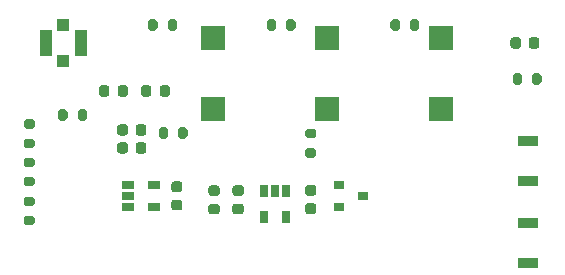
<source format=gbr>
G04 #@! TF.GenerationSoftware,KiCad,Pcbnew,(5.1.12)-1*
G04 #@! TF.CreationDate,2022-01-02T13:29:21+01:00*
G04 #@! TF.ProjectId,20210211_eduino,32303231-3032-4313-915f-656475696e6f,v1.0*
G04 #@! TF.SameCoordinates,Original*
G04 #@! TF.FileFunction,Paste,Top*
G04 #@! TF.FilePolarity,Positive*
%FSLAX46Y46*%
G04 Gerber Fmt 4.6, Leading zero omitted, Abs format (unit mm)*
G04 Created by KiCad (PCBNEW (5.1.12)-1) date 2022-01-02 13:29:21*
%MOMM*%
%LPD*%
G01*
G04 APERTURE LIST*
%ADD10R,1.700000X0.900000*%
%ADD11R,0.650000X1.060000*%
%ADD12R,0.900000X0.800000*%
%ADD13R,1.060000X0.650000*%
%ADD14R,1.000000X1.000000*%
%ADD15R,1.050000X2.200000*%
%ADD16R,2.000000X2.000000*%
G04 APERTURE END LIST*
D10*
X129286000Y-50800000D03*
X129286000Y-47400000D03*
X129286000Y-54356000D03*
X129286000Y-57756000D03*
G36*
G01*
X99818000Y-53295000D02*
X99318000Y-53295000D01*
G75*
G02*
X99093000Y-53070000I0J225000D01*
G01*
X99093000Y-52620000D01*
G75*
G02*
X99318000Y-52395000I225000J0D01*
G01*
X99818000Y-52395000D01*
G75*
G02*
X100043000Y-52620000I0J-225000D01*
G01*
X100043000Y-53070000D01*
G75*
G02*
X99818000Y-53295000I-225000J0D01*
G01*
G37*
G36*
G01*
X99818000Y-51745000D02*
X99318000Y-51745000D01*
G75*
G02*
X99093000Y-51520000I0J225000D01*
G01*
X99093000Y-51070000D01*
G75*
G02*
X99318000Y-50845000I225000J0D01*
G01*
X99818000Y-50845000D01*
G75*
G02*
X100043000Y-51070000I0J-225000D01*
G01*
X100043000Y-51520000D01*
G75*
G02*
X99818000Y-51745000I-225000J0D01*
G01*
G37*
G36*
G01*
X129357000Y-39366000D02*
X129357000Y-38866000D01*
G75*
G02*
X129582000Y-38641000I225000J0D01*
G01*
X130032000Y-38641000D01*
G75*
G02*
X130257000Y-38866000I0J-225000D01*
G01*
X130257000Y-39366000D01*
G75*
G02*
X130032000Y-39591000I-225000J0D01*
G01*
X129582000Y-39591000D01*
G75*
G02*
X129357000Y-39366000I0J225000D01*
G01*
G37*
G36*
G01*
X127807000Y-39366000D02*
X127807000Y-38866000D01*
G75*
G02*
X128032000Y-38641000I225000J0D01*
G01*
X128482000Y-38641000D01*
G75*
G02*
X128707000Y-38866000I0J-225000D01*
G01*
X128707000Y-39366000D01*
G75*
G02*
X128482000Y-39591000I-225000J0D01*
G01*
X128032000Y-39591000D01*
G75*
G02*
X127807000Y-39366000I0J225000D01*
G01*
G37*
G36*
G01*
X104500000Y-51162800D02*
X105000000Y-51162800D01*
G75*
G02*
X105225000Y-51387800I0J-225000D01*
G01*
X105225000Y-51837800D01*
G75*
G02*
X105000000Y-52062800I-225000J0D01*
G01*
X104500000Y-52062800D01*
G75*
G02*
X104275000Y-51837800I0J225000D01*
G01*
X104275000Y-51387800D01*
G75*
G02*
X104500000Y-51162800I225000J0D01*
G01*
G37*
G36*
G01*
X104500000Y-52712800D02*
X105000000Y-52712800D01*
G75*
G02*
X105225000Y-52937800I0J-225000D01*
G01*
X105225000Y-53387800D01*
G75*
G02*
X105000000Y-53612800I-225000J0D01*
G01*
X104500000Y-53612800D01*
G75*
G02*
X104275000Y-53387800I0J225000D01*
G01*
X104275000Y-52937800D01*
G75*
G02*
X104500000Y-52712800I225000J0D01*
G01*
G37*
G36*
G01*
X110646000Y-51149800D02*
X111146000Y-51149800D01*
G75*
G02*
X111371000Y-51374800I0J-225000D01*
G01*
X111371000Y-51824800D01*
G75*
G02*
X111146000Y-52049800I-225000J0D01*
G01*
X110646000Y-52049800D01*
G75*
G02*
X110421000Y-51824800I0J225000D01*
G01*
X110421000Y-51374800D01*
G75*
G02*
X110646000Y-51149800I225000J0D01*
G01*
G37*
G36*
G01*
X110646000Y-52699800D02*
X111146000Y-52699800D01*
G75*
G02*
X111371000Y-52924800I0J-225000D01*
G01*
X111371000Y-53374800D01*
G75*
G02*
X111146000Y-53599800I-225000J0D01*
G01*
X110646000Y-53599800D01*
G75*
G02*
X110421000Y-53374800I0J225000D01*
G01*
X110421000Y-52924800D01*
G75*
G02*
X110646000Y-52699800I225000J0D01*
G01*
G37*
G36*
G01*
X102461750Y-51175300D02*
X102974250Y-51175300D01*
G75*
G02*
X103193000Y-51394050I0J-218750D01*
G01*
X103193000Y-51831550D01*
G75*
G02*
X102974250Y-52050300I-218750J0D01*
G01*
X102461750Y-52050300D01*
G75*
G02*
X102243000Y-51831550I0J218750D01*
G01*
X102243000Y-51394050D01*
G75*
G02*
X102461750Y-51175300I218750J0D01*
G01*
G37*
G36*
G01*
X102461750Y-52750300D02*
X102974250Y-52750300D01*
G75*
G02*
X103193000Y-52969050I0J-218750D01*
G01*
X103193000Y-53406550D01*
G75*
G02*
X102974250Y-53625300I-218750J0D01*
G01*
X102461750Y-53625300D01*
G75*
G02*
X102243000Y-53406550I0J218750D01*
G01*
X102243000Y-52969050D01*
G75*
G02*
X102461750Y-52750300I218750J0D01*
G01*
G37*
G36*
G01*
X117647000Y-37867000D02*
X117647000Y-37317000D01*
G75*
G02*
X117847000Y-37117000I200000J0D01*
G01*
X118247000Y-37117000D01*
G75*
G02*
X118447000Y-37317000I0J-200000D01*
G01*
X118447000Y-37867000D01*
G75*
G02*
X118247000Y-38067000I-200000J0D01*
G01*
X117847000Y-38067000D01*
G75*
G02*
X117647000Y-37867000I0J200000D01*
G01*
G37*
G36*
G01*
X119297000Y-37867000D02*
X119297000Y-37317000D01*
G75*
G02*
X119497000Y-37117000I200000J0D01*
G01*
X119897000Y-37117000D01*
G75*
G02*
X120097000Y-37317000I0J-200000D01*
G01*
X120097000Y-37867000D01*
G75*
G02*
X119897000Y-38067000I-200000J0D01*
G01*
X119497000Y-38067000D01*
G75*
G02*
X119297000Y-37867000I0J200000D01*
G01*
G37*
G36*
G01*
X86783000Y-47225000D02*
X87333000Y-47225000D01*
G75*
G02*
X87533000Y-47425000I0J-200000D01*
G01*
X87533000Y-47825000D01*
G75*
G02*
X87333000Y-48025000I-200000J0D01*
G01*
X86783000Y-48025000D01*
G75*
G02*
X86583000Y-47825000I0J200000D01*
G01*
X86583000Y-47425000D01*
G75*
G02*
X86783000Y-47225000I200000J0D01*
G01*
G37*
G36*
G01*
X86783000Y-45575000D02*
X87333000Y-45575000D01*
G75*
G02*
X87533000Y-45775000I0J-200000D01*
G01*
X87533000Y-46175000D01*
G75*
G02*
X87333000Y-46375000I-200000J0D01*
G01*
X86783000Y-46375000D01*
G75*
G02*
X86583000Y-46175000I0J200000D01*
G01*
X86583000Y-45775000D01*
G75*
G02*
X86783000Y-45575000I200000J0D01*
G01*
G37*
G36*
G01*
X110621000Y-46386800D02*
X111171000Y-46386800D01*
G75*
G02*
X111371000Y-46586800I0J-200000D01*
G01*
X111371000Y-46986800D01*
G75*
G02*
X111171000Y-47186800I-200000J0D01*
G01*
X110621000Y-47186800D01*
G75*
G02*
X110421000Y-46986800I0J200000D01*
G01*
X110421000Y-46586800D01*
G75*
G02*
X110621000Y-46386800I200000J0D01*
G01*
G37*
G36*
G01*
X110621000Y-48036800D02*
X111171000Y-48036800D01*
G75*
G02*
X111371000Y-48236800I0J-200000D01*
G01*
X111371000Y-48636800D01*
G75*
G02*
X111171000Y-48836800I-200000J0D01*
G01*
X110621000Y-48836800D01*
G75*
G02*
X110421000Y-48636800I0J200000D01*
G01*
X110421000Y-48236800D01*
G75*
G02*
X110621000Y-48036800I200000J0D01*
G01*
G37*
G36*
G01*
X129648000Y-42439000D02*
X129648000Y-41889000D01*
G75*
G02*
X129848000Y-41689000I200000J0D01*
G01*
X130248000Y-41689000D01*
G75*
G02*
X130448000Y-41889000I0J-200000D01*
G01*
X130448000Y-42439000D01*
G75*
G02*
X130248000Y-42639000I-200000J0D01*
G01*
X129848000Y-42639000D01*
G75*
G02*
X129648000Y-42439000I0J200000D01*
G01*
G37*
G36*
G01*
X127998000Y-42439000D02*
X127998000Y-41889000D01*
G75*
G02*
X128198000Y-41689000I200000J0D01*
G01*
X128598000Y-41689000D01*
G75*
G02*
X128798000Y-41889000I0J-200000D01*
G01*
X128798000Y-42439000D01*
G75*
G02*
X128598000Y-42639000I-200000J0D01*
G01*
X128198000Y-42639000D01*
G75*
G02*
X127998000Y-42439000I0J200000D01*
G01*
G37*
G36*
G01*
X86783000Y-50463500D02*
X87333000Y-50463500D01*
G75*
G02*
X87533000Y-50663500I0J-200000D01*
G01*
X87533000Y-51063500D01*
G75*
G02*
X87333000Y-51263500I-200000J0D01*
G01*
X86783000Y-51263500D01*
G75*
G02*
X86583000Y-51063500I0J200000D01*
G01*
X86583000Y-50663500D01*
G75*
G02*
X86783000Y-50463500I200000J0D01*
G01*
G37*
G36*
G01*
X86783000Y-48813500D02*
X87333000Y-48813500D01*
G75*
G02*
X87533000Y-49013500I0J-200000D01*
G01*
X87533000Y-49413500D01*
G75*
G02*
X87333000Y-49613500I-200000J0D01*
G01*
X86783000Y-49613500D01*
G75*
G02*
X86583000Y-49413500I0J200000D01*
G01*
X86583000Y-49013500D01*
G75*
G02*
X86783000Y-48813500I200000J0D01*
G01*
G37*
G36*
G01*
X86783000Y-52115500D02*
X87333000Y-52115500D01*
G75*
G02*
X87533000Y-52315500I0J-200000D01*
G01*
X87533000Y-52715500D01*
G75*
G02*
X87333000Y-52915500I-200000J0D01*
G01*
X86783000Y-52915500D01*
G75*
G02*
X86583000Y-52715500I0J200000D01*
G01*
X86583000Y-52315500D01*
G75*
G02*
X86783000Y-52115500I200000J0D01*
G01*
G37*
G36*
G01*
X86783000Y-53765500D02*
X87333000Y-53765500D01*
G75*
G02*
X87533000Y-53965500I0J-200000D01*
G01*
X87533000Y-54365500D01*
G75*
G02*
X87333000Y-54565500I-200000J0D01*
G01*
X86783000Y-54565500D01*
G75*
G02*
X86583000Y-54365500I0J200000D01*
G01*
X86583000Y-53965500D01*
G75*
G02*
X86783000Y-53765500I200000J0D01*
G01*
G37*
D11*
X108812000Y-51668500D03*
X107862000Y-51668500D03*
X106912000Y-51668500D03*
X106912000Y-53868500D03*
X108812000Y-53868500D03*
G36*
G01*
X96070000Y-46732000D02*
X96070000Y-46232000D01*
G75*
G02*
X96295000Y-46007000I225000J0D01*
G01*
X96745000Y-46007000D01*
G75*
G02*
X96970000Y-46232000I0J-225000D01*
G01*
X96970000Y-46732000D01*
G75*
G02*
X96745000Y-46957000I-225000J0D01*
G01*
X96295000Y-46957000D01*
G75*
G02*
X96070000Y-46732000I0J225000D01*
G01*
G37*
G36*
G01*
X94520000Y-46732000D02*
X94520000Y-46232000D01*
G75*
G02*
X94745000Y-46007000I225000J0D01*
G01*
X95195000Y-46007000D01*
G75*
G02*
X95420000Y-46232000I0J-225000D01*
G01*
X95420000Y-46732000D01*
G75*
G02*
X95195000Y-46957000I-225000J0D01*
G01*
X94745000Y-46957000D01*
G75*
G02*
X94520000Y-46732000I0J225000D01*
G01*
G37*
G36*
G01*
X94520000Y-48256000D02*
X94520000Y-47756000D01*
G75*
G02*
X94745000Y-47531000I225000J0D01*
G01*
X95195000Y-47531000D01*
G75*
G02*
X95420000Y-47756000I0J-225000D01*
G01*
X95420000Y-48256000D01*
G75*
G02*
X95195000Y-48481000I-225000J0D01*
G01*
X94745000Y-48481000D01*
G75*
G02*
X94520000Y-48256000I0J225000D01*
G01*
G37*
G36*
G01*
X96070000Y-48256000D02*
X96070000Y-47756000D01*
G75*
G02*
X96295000Y-47531000I225000J0D01*
G01*
X96745000Y-47531000D01*
G75*
G02*
X96970000Y-47756000I0J-225000D01*
G01*
X96970000Y-48256000D01*
G75*
G02*
X96745000Y-48481000I-225000J0D01*
G01*
X96295000Y-48481000D01*
G75*
G02*
X96070000Y-48256000I0J225000D01*
G01*
G37*
D12*
X113316000Y-51120000D03*
X113316000Y-53020000D03*
X115316000Y-52070000D03*
D13*
X95420000Y-51120000D03*
X95420000Y-52070000D03*
X95420000Y-53020000D03*
X97620000Y-53020000D03*
X97620000Y-51120000D03*
D14*
X89965000Y-40616000D03*
X89965000Y-37616000D03*
D15*
X91440000Y-39116000D03*
X88490000Y-39116000D03*
G36*
G01*
X98786000Y-37867000D02*
X98786000Y-37317000D01*
G75*
G02*
X98986000Y-37117000I200000J0D01*
G01*
X99386000Y-37117000D01*
G75*
G02*
X99586000Y-37317000I0J-200000D01*
G01*
X99586000Y-37867000D01*
G75*
G02*
X99386000Y-38067000I-200000J0D01*
G01*
X98986000Y-38067000D01*
G75*
G02*
X98786000Y-37867000I0J200000D01*
G01*
G37*
G36*
G01*
X97136000Y-37867000D02*
X97136000Y-37317000D01*
G75*
G02*
X97336000Y-37117000I200000J0D01*
G01*
X97736000Y-37117000D01*
G75*
G02*
X97936000Y-37317000I0J-200000D01*
G01*
X97936000Y-37867000D01*
G75*
G02*
X97736000Y-38067000I-200000J0D01*
G01*
X97336000Y-38067000D01*
G75*
G02*
X97136000Y-37867000I0J200000D01*
G01*
G37*
G36*
G01*
X107170000Y-37867000D02*
X107170000Y-37317000D01*
G75*
G02*
X107370000Y-37117000I200000J0D01*
G01*
X107770000Y-37117000D01*
G75*
G02*
X107970000Y-37317000I0J-200000D01*
G01*
X107970000Y-37867000D01*
G75*
G02*
X107770000Y-38067000I-200000J0D01*
G01*
X107370000Y-38067000D01*
G75*
G02*
X107170000Y-37867000I0J200000D01*
G01*
G37*
G36*
G01*
X108820000Y-37867000D02*
X108820000Y-37317000D01*
G75*
G02*
X109020000Y-37117000I200000J0D01*
G01*
X109420000Y-37117000D01*
G75*
G02*
X109620000Y-37317000I0J-200000D01*
G01*
X109620000Y-37867000D01*
G75*
G02*
X109420000Y-38067000I-200000J0D01*
G01*
X109020000Y-38067000D01*
G75*
G02*
X108820000Y-37867000I0J200000D01*
G01*
G37*
D16*
X102616000Y-44720000D03*
X102616000Y-38720000D03*
X112268000Y-38720000D03*
X112268000Y-44720000D03*
X121920000Y-44720000D03*
X121920000Y-38720000D03*
G36*
G01*
X94558500Y-43436250D02*
X94558500Y-42923750D01*
G75*
G02*
X94777250Y-42705000I218750J0D01*
G01*
X95214750Y-42705000D01*
G75*
G02*
X95433500Y-42923750I0J-218750D01*
G01*
X95433500Y-43436250D01*
G75*
G02*
X95214750Y-43655000I-218750J0D01*
G01*
X94777250Y-43655000D01*
G75*
G02*
X94558500Y-43436250I0J218750D01*
G01*
G37*
G36*
G01*
X92983500Y-43436250D02*
X92983500Y-42923750D01*
G75*
G02*
X93202250Y-42705000I218750J0D01*
G01*
X93639750Y-42705000D01*
G75*
G02*
X93858500Y-42923750I0J-218750D01*
G01*
X93858500Y-43436250D01*
G75*
G02*
X93639750Y-43655000I-218750J0D01*
G01*
X93202250Y-43655000D01*
G75*
G02*
X92983500Y-43436250I0J218750D01*
G01*
G37*
G36*
G01*
X96539500Y-43436250D02*
X96539500Y-42923750D01*
G75*
G02*
X96758250Y-42705000I218750J0D01*
G01*
X97195750Y-42705000D01*
G75*
G02*
X97414500Y-42923750I0J-218750D01*
G01*
X97414500Y-43436250D01*
G75*
G02*
X97195750Y-43655000I-218750J0D01*
G01*
X96758250Y-43655000D01*
G75*
G02*
X96539500Y-43436250I0J218750D01*
G01*
G37*
G36*
G01*
X98114500Y-43436250D02*
X98114500Y-42923750D01*
G75*
G02*
X98333250Y-42705000I218750J0D01*
G01*
X98770750Y-42705000D01*
G75*
G02*
X98989500Y-42923750I0J-218750D01*
G01*
X98989500Y-43436250D01*
G75*
G02*
X98770750Y-43655000I-218750J0D01*
G01*
X98333250Y-43655000D01*
G75*
G02*
X98114500Y-43436250I0J218750D01*
G01*
G37*
G36*
G01*
X89516000Y-45487000D02*
X89516000Y-44937000D01*
G75*
G02*
X89716000Y-44737000I200000J0D01*
G01*
X90116000Y-44737000D01*
G75*
G02*
X90316000Y-44937000I0J-200000D01*
G01*
X90316000Y-45487000D01*
G75*
G02*
X90116000Y-45687000I-200000J0D01*
G01*
X89716000Y-45687000D01*
G75*
G02*
X89516000Y-45487000I0J200000D01*
G01*
G37*
G36*
G01*
X91166000Y-45487000D02*
X91166000Y-44937000D01*
G75*
G02*
X91366000Y-44737000I200000J0D01*
G01*
X91766000Y-44737000D01*
G75*
G02*
X91966000Y-44937000I0J-200000D01*
G01*
X91966000Y-45487000D01*
G75*
G02*
X91766000Y-45687000I-200000J0D01*
G01*
X91366000Y-45687000D01*
G75*
G02*
X91166000Y-45487000I0J200000D01*
G01*
G37*
G36*
G01*
X99676000Y-47011000D02*
X99676000Y-46461000D01*
G75*
G02*
X99876000Y-46261000I200000J0D01*
G01*
X100276000Y-46261000D01*
G75*
G02*
X100476000Y-46461000I0J-200000D01*
G01*
X100476000Y-47011000D01*
G75*
G02*
X100276000Y-47211000I-200000J0D01*
G01*
X99876000Y-47211000D01*
G75*
G02*
X99676000Y-47011000I0J200000D01*
G01*
G37*
G36*
G01*
X98026000Y-47011000D02*
X98026000Y-46461000D01*
G75*
G02*
X98226000Y-46261000I200000J0D01*
G01*
X98626000Y-46261000D01*
G75*
G02*
X98826000Y-46461000I0J-200000D01*
G01*
X98826000Y-47011000D01*
G75*
G02*
X98626000Y-47211000I-200000J0D01*
G01*
X98226000Y-47211000D01*
G75*
G02*
X98026000Y-47011000I0J200000D01*
G01*
G37*
M02*

</source>
